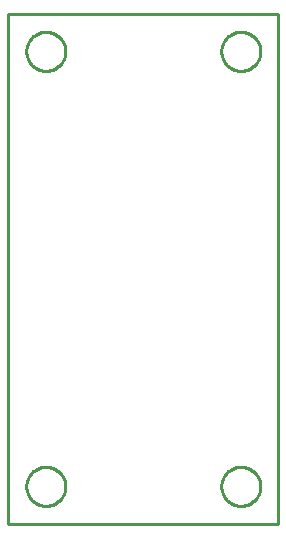
<source format=gbr>
G04 EAGLE Gerber RS-274X export*
G75*
%MOMM*%
%FSLAX34Y34*%
%LPD*%
%IN*%
%IPPOS*%
%AMOC8*
5,1,8,0,0,1.08239X$1,22.5*%
G01*
%ADD10C,0.254000*%


D10*
X0Y160D02*
X228600Y160D01*
X228600Y431800D01*
X0Y431800D01*
X0Y160D01*
X48260Y31210D02*
X48189Y30131D01*
X48048Y29059D01*
X47837Y27999D01*
X47558Y26955D01*
X47210Y25931D01*
X46796Y24933D01*
X46318Y23963D01*
X45778Y23027D01*
X45177Y22128D01*
X44519Y21271D01*
X43807Y20458D01*
X43042Y19694D01*
X42229Y18981D01*
X41372Y18323D01*
X40473Y17722D01*
X39537Y17182D01*
X38567Y16704D01*
X37569Y16290D01*
X36545Y15942D01*
X35501Y15663D01*
X34441Y15452D01*
X33369Y15311D01*
X32290Y15240D01*
X31210Y15240D01*
X30131Y15311D01*
X29059Y15452D01*
X27999Y15663D01*
X26955Y15942D01*
X25931Y16290D01*
X24933Y16704D01*
X23963Y17182D01*
X23027Y17722D01*
X22128Y18323D01*
X21271Y18981D01*
X20458Y19694D01*
X19694Y20458D01*
X18981Y21271D01*
X18323Y22128D01*
X17722Y23027D01*
X17182Y23963D01*
X16704Y24933D01*
X16290Y25931D01*
X15942Y26955D01*
X15663Y27999D01*
X15452Y29059D01*
X15311Y30131D01*
X15240Y31210D01*
X15240Y32290D01*
X15311Y33369D01*
X15452Y34441D01*
X15663Y35501D01*
X15942Y36545D01*
X16290Y37569D01*
X16704Y38567D01*
X17182Y39537D01*
X17722Y40473D01*
X18323Y41372D01*
X18981Y42229D01*
X19694Y43042D01*
X20458Y43807D01*
X21271Y44519D01*
X22128Y45177D01*
X23027Y45778D01*
X23963Y46318D01*
X24933Y46796D01*
X25931Y47210D01*
X26955Y47558D01*
X27999Y47837D01*
X29059Y48048D01*
X30131Y48189D01*
X31210Y48260D01*
X32290Y48260D01*
X33369Y48189D01*
X34441Y48048D01*
X35501Y47837D01*
X36545Y47558D01*
X37569Y47210D01*
X38567Y46796D01*
X39537Y46318D01*
X40473Y45778D01*
X41372Y45177D01*
X42229Y44519D01*
X43042Y43807D01*
X43807Y43042D01*
X44519Y42229D01*
X45177Y41372D01*
X45778Y40473D01*
X46318Y39537D01*
X46796Y38567D01*
X47210Y37569D01*
X47558Y36545D01*
X47837Y35501D01*
X48048Y34441D01*
X48189Y33369D01*
X48260Y32290D01*
X48260Y31210D01*
X213360Y31210D02*
X213289Y30131D01*
X213148Y29059D01*
X212937Y27999D01*
X212658Y26955D01*
X212310Y25931D01*
X211896Y24933D01*
X211418Y23963D01*
X210878Y23027D01*
X210277Y22128D01*
X209619Y21271D01*
X208907Y20458D01*
X208142Y19694D01*
X207329Y18981D01*
X206472Y18323D01*
X205573Y17722D01*
X204637Y17182D01*
X203667Y16704D01*
X202669Y16290D01*
X201645Y15942D01*
X200601Y15663D01*
X199541Y15452D01*
X198469Y15311D01*
X197390Y15240D01*
X196310Y15240D01*
X195231Y15311D01*
X194159Y15452D01*
X193099Y15663D01*
X192055Y15942D01*
X191031Y16290D01*
X190033Y16704D01*
X189063Y17182D01*
X188127Y17722D01*
X187228Y18323D01*
X186371Y18981D01*
X185558Y19694D01*
X184794Y20458D01*
X184081Y21271D01*
X183423Y22128D01*
X182822Y23027D01*
X182282Y23963D01*
X181804Y24933D01*
X181390Y25931D01*
X181042Y26955D01*
X180763Y27999D01*
X180552Y29059D01*
X180411Y30131D01*
X180340Y31210D01*
X180340Y32290D01*
X180411Y33369D01*
X180552Y34441D01*
X180763Y35501D01*
X181042Y36545D01*
X181390Y37569D01*
X181804Y38567D01*
X182282Y39537D01*
X182822Y40473D01*
X183423Y41372D01*
X184081Y42229D01*
X184794Y43042D01*
X185558Y43807D01*
X186371Y44519D01*
X187228Y45177D01*
X188127Y45778D01*
X189063Y46318D01*
X190033Y46796D01*
X191031Y47210D01*
X192055Y47558D01*
X193099Y47837D01*
X194159Y48048D01*
X195231Y48189D01*
X196310Y48260D01*
X197390Y48260D01*
X198469Y48189D01*
X199541Y48048D01*
X200601Y47837D01*
X201645Y47558D01*
X202669Y47210D01*
X203667Y46796D01*
X204637Y46318D01*
X205573Y45778D01*
X206472Y45177D01*
X207329Y44519D01*
X208142Y43807D01*
X208907Y43042D01*
X209619Y42229D01*
X210277Y41372D01*
X210878Y40473D01*
X211418Y39537D01*
X211896Y38567D01*
X212310Y37569D01*
X212658Y36545D01*
X212937Y35501D01*
X213148Y34441D01*
X213289Y33369D01*
X213360Y32290D01*
X213360Y31210D01*
X48260Y399510D02*
X48189Y398431D01*
X48048Y397359D01*
X47837Y396299D01*
X47558Y395255D01*
X47210Y394231D01*
X46796Y393233D01*
X46318Y392263D01*
X45778Y391327D01*
X45177Y390428D01*
X44519Y389571D01*
X43807Y388758D01*
X43042Y387994D01*
X42229Y387281D01*
X41372Y386623D01*
X40473Y386022D01*
X39537Y385482D01*
X38567Y385004D01*
X37569Y384590D01*
X36545Y384242D01*
X35501Y383963D01*
X34441Y383752D01*
X33369Y383611D01*
X32290Y383540D01*
X31210Y383540D01*
X30131Y383611D01*
X29059Y383752D01*
X27999Y383963D01*
X26955Y384242D01*
X25931Y384590D01*
X24933Y385004D01*
X23963Y385482D01*
X23027Y386022D01*
X22128Y386623D01*
X21271Y387281D01*
X20458Y387994D01*
X19694Y388758D01*
X18981Y389571D01*
X18323Y390428D01*
X17722Y391327D01*
X17182Y392263D01*
X16704Y393233D01*
X16290Y394231D01*
X15942Y395255D01*
X15663Y396299D01*
X15452Y397359D01*
X15311Y398431D01*
X15240Y399510D01*
X15240Y400590D01*
X15311Y401669D01*
X15452Y402741D01*
X15663Y403801D01*
X15942Y404845D01*
X16290Y405869D01*
X16704Y406867D01*
X17182Y407837D01*
X17722Y408773D01*
X18323Y409672D01*
X18981Y410529D01*
X19694Y411342D01*
X20458Y412107D01*
X21271Y412819D01*
X22128Y413477D01*
X23027Y414078D01*
X23963Y414618D01*
X24933Y415096D01*
X25931Y415510D01*
X26955Y415858D01*
X27999Y416137D01*
X29059Y416348D01*
X30131Y416489D01*
X31210Y416560D01*
X32290Y416560D01*
X33369Y416489D01*
X34441Y416348D01*
X35501Y416137D01*
X36545Y415858D01*
X37569Y415510D01*
X38567Y415096D01*
X39537Y414618D01*
X40473Y414078D01*
X41372Y413477D01*
X42229Y412819D01*
X43042Y412107D01*
X43807Y411342D01*
X44519Y410529D01*
X45177Y409672D01*
X45778Y408773D01*
X46318Y407837D01*
X46796Y406867D01*
X47210Y405869D01*
X47558Y404845D01*
X47837Y403801D01*
X48048Y402741D01*
X48189Y401669D01*
X48260Y400590D01*
X48260Y399510D01*
X213360Y399510D02*
X213289Y398431D01*
X213148Y397359D01*
X212937Y396299D01*
X212658Y395255D01*
X212310Y394231D01*
X211896Y393233D01*
X211418Y392263D01*
X210878Y391327D01*
X210277Y390428D01*
X209619Y389571D01*
X208907Y388758D01*
X208142Y387994D01*
X207329Y387281D01*
X206472Y386623D01*
X205573Y386022D01*
X204637Y385482D01*
X203667Y385004D01*
X202669Y384590D01*
X201645Y384242D01*
X200601Y383963D01*
X199541Y383752D01*
X198469Y383611D01*
X197390Y383540D01*
X196310Y383540D01*
X195231Y383611D01*
X194159Y383752D01*
X193099Y383963D01*
X192055Y384242D01*
X191031Y384590D01*
X190033Y385004D01*
X189063Y385482D01*
X188127Y386022D01*
X187228Y386623D01*
X186371Y387281D01*
X185558Y387994D01*
X184794Y388758D01*
X184081Y389571D01*
X183423Y390428D01*
X182822Y391327D01*
X182282Y392263D01*
X181804Y393233D01*
X181390Y394231D01*
X181042Y395255D01*
X180763Y396299D01*
X180552Y397359D01*
X180411Y398431D01*
X180340Y399510D01*
X180340Y400590D01*
X180411Y401669D01*
X180552Y402741D01*
X180763Y403801D01*
X181042Y404845D01*
X181390Y405869D01*
X181804Y406867D01*
X182282Y407837D01*
X182822Y408773D01*
X183423Y409672D01*
X184081Y410529D01*
X184794Y411342D01*
X185558Y412107D01*
X186371Y412819D01*
X187228Y413477D01*
X188127Y414078D01*
X189063Y414618D01*
X190033Y415096D01*
X191031Y415510D01*
X192055Y415858D01*
X193099Y416137D01*
X194159Y416348D01*
X195231Y416489D01*
X196310Y416560D01*
X197390Y416560D01*
X198469Y416489D01*
X199541Y416348D01*
X200601Y416137D01*
X201645Y415858D01*
X202669Y415510D01*
X203667Y415096D01*
X204637Y414618D01*
X205573Y414078D01*
X206472Y413477D01*
X207329Y412819D01*
X208142Y412107D01*
X208907Y411342D01*
X209619Y410529D01*
X210277Y409672D01*
X210878Y408773D01*
X211418Y407837D01*
X211896Y406867D01*
X212310Y405869D01*
X212658Y404845D01*
X212937Y403801D01*
X213148Y402741D01*
X213289Y401669D01*
X213360Y400590D01*
X213360Y399510D01*
M02*

</source>
